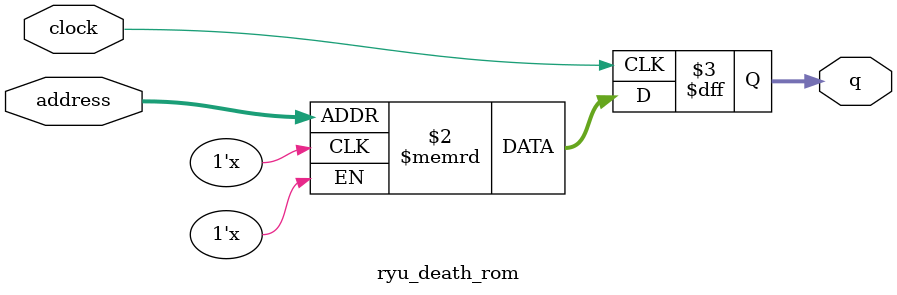
<source format=sv>
module ryu_death_rom (
	input logic clock,
	input logic [12:0] address,
	output logic [3:0] q
);

logic [3:0] memory [0:4223] /* synthesis ram_init_file = "./ryu_death/ryu_death.mif" */;

always_ff @ (posedge clock) begin
	q <= memory[address];
end

endmodule

</source>
